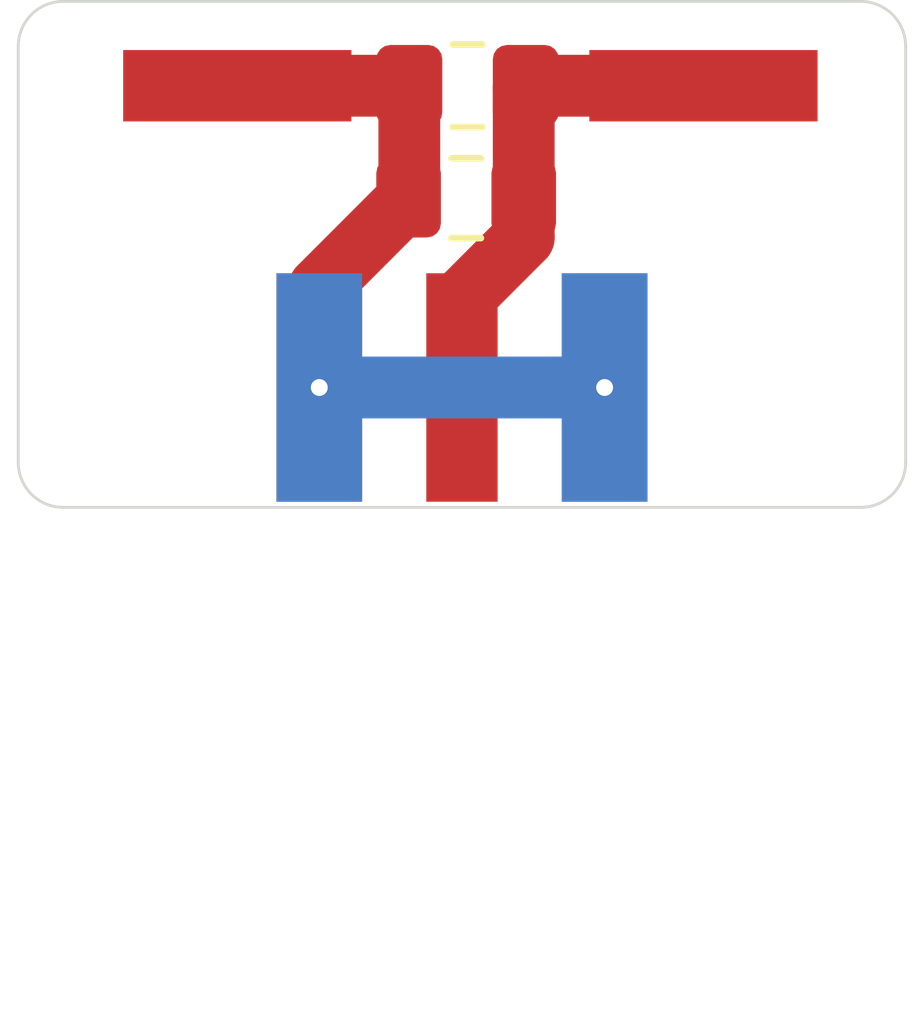
<source format=kicad_pcb>
(kicad_pcb (version 20240108) (generator "pcbnew") (generator_version "8.0")
  (layers (0 "F.Cu" signal) (31 "B.Cu" signal) (34 "B.Paste" user) (35 "F.Paste" user) (36 "B.SilkS" user "B.Silkscreen") (37 "F.SilkS" user "F.Silkscreen") (38 "B.Mask" user) (39 "F.Mask" user) (44 "Edge.Cuts" user))
  (net 0 "")
  (net 1 "Net-(J1-In)")
  (net 2 "GND")
  (footprint "adafruit:SMA_EDGELAUNCH" (layer "F.Cu") (at 170.1 89.4 90)
    (property "Reference" "J1" (hide yes))
    (property "Value" "Conn_Coaxial" (hide yes))
    (pad "1" smd rect (at 2.032 0 180) (size 1.27 4.064) (layers "F.Cu" "F.Mask") (net 1 "Net-(J1-In)"))
    (pad "2" smd rect (at 2.032 -2.54 180) (size 1.524 4.064) (layers "F.Cu" "F.Mask") (net 2 "GND"))
    (pad "2" smd rect (at 2.032 -2.54 180) (size 1.524 4.064) (layers "B.Cu" "B.Mask") (net 2 "GND"))
    (pad "2" smd rect (at 2.032 2.54 180) (size 1.524 4.064) (layers "F.Cu" "F.Mask") (net 2 "GND"))
    (pad "2" smd rect (at 2.032 2.54 180) (size 1.524 4.064) (layers "B.Cu" "B.Mask") (net 2 "GND"))
  )
  (footprint "Capacitor_SMD:C_0805_2012Metric_Pad1.18x1.45mm_HandSolder" (layer "F.Cu") (at 170.2 82)
    (property "Reference" "C1" (hide yes))
    (property "Value" "C" (hide yes))
    (fp_line (start -0.261252 -0.735) (end 0.261252 -0.735) (stroke (width 0.12)) (layer "F.SilkS"))
    (fp_line (start -0.261252 0.735) (end 0.261252 0.735) (stroke (width 0.12)) (layer "F.SilkS"))
    (pad "1" smd roundrect (at -1.0375 0) (size 1.175 1.45) (layers "F.Cu" "F.Paste" "F.Mask") (roundrect_rratio 0.212766) (net 2 "GND"))
    (pad "2" smd roundrect (at 1.0375 0) (size 1.175 1.45) (layers "F.Cu" "F.Paste" "F.Mask") (roundrect_rratio 0.212766) (net 1 "Net-(J1-In)"))
  )
  (footprint "Avionics:Wire Pad" (layer "F.Cu") (at 166.1 82)
    (property "Reference" "J2" (hide yes))
    (property "Value" "Conn_01x01_Pin" (hide yes))
    (pad "1" smd rect (at 0 0 90) (size 1.27 4.064) (layers "F.Cu" "F.Mask") (net 2 "GND"))
  )
  (footprint "Inductor_SMD:L_0805_2012Metric_Pad1.15x1.40mm_HandSolder" (layer "F.Cu") (at 170.175 84)
    (property "Reference" "L1" (hide yes))
    (property "Value" "L" (hide yes))
    (fp_line (start -0.261252 -0.71) (end 0.261252 -0.71) (stroke (width 0.12)) (layer "F.SilkS"))
    (fp_line (start -0.261252 0.71) (end 0.261252 0.71) (stroke (width 0.12)) (layer "F.SilkS"))
    (pad "1" smd roundrect (at -1.025 0) (size 1.15 1.4) (layers "F.Cu" "F.Paste" "F.Mask") (roundrect_rratio 0.217391) (net 2 "GND"))
    (pad "2" smd roundrect (at 1.025 0) (size 1.15 1.4) (layers "F.Cu" "F.Paste" "F.Mask") (roundrect_rratio 0.217391) (net 1 "Net-(J1-In)"))
  )
  (footprint "MountingHole:MountingHole_2.2mm_M2" (layer "F.Cu") (at 175.85 85.5)
    (property "Reference" "H1" (hide yes))
    (property "Value" "MountingHole" (hide yes))
    (pad "" np_thru_hole circle (at 0 0) (size 2.2 2.2) (drill 2.2) (layers "*.Cu" "*.Mask"))
  )
  (footprint "Avionics:Wire Pad" (layer "F.Cu") (at 174.4 82)
    (property "Reference" "J3" (hide yes))
    (property "Value" "Conn_01x01_Pin" (hide yes))
    (pad "1" smd rect (at 0 0 90) (size 1.27 4.064) (layers "F.Cu" "F.Mask") (net 1 "Net-(J1-In)"))
  )
  (footprint "MountingHole:MountingHole_2.2mm_M2" (layer "F.Cu") (at 164.35 85.5)
    (property "Reference" "H2" (hide yes))
    (property "Value" "MountingHole" (hide yes))
    (pad "" np_thru_hole circle (at 0 0) (size 2.2 2.2) (drill 2.2) (layers "*.Cu" "*.Mask"))
  )
  (gr_arc (start 178.000001 88.700001) (mid 177.765686 89.265686) (end 177.200001 89.500001) (stroke (width 0.05)) (layer "Edge.Cuts"))
  (gr_arc (start 163 89.5) (mid 162.434315 89.265685) (end 162.2 88.7) (stroke (width 0.05)) (layer "Edge.Cuts"))
  (gr_arc (start 162.199999 81.299999) (mid 162.434314 80.734314) (end 162.999999 80.499999) (stroke (width 0.05)) (layer "Edge.Cuts"))
  (gr_line (start 178.000001 88.700001) (end 178.000001 81.299999) (stroke (width 0.05)) (layer "Edge.Cuts"))
  (gr_line (start 163 89.5) (end 177.200001 89.500001) (stroke (width 0.05)) (layer "Edge.Cuts"))
  (gr_arc (start 177.200001 80.499999) (mid 177.765686 80.734314) (end 178.000001 81.299999) (stroke (width 0.05)) (layer "Edge.Cuts"))
  (gr_line (start 162.199999 81.299999) (end 162.2 88.7) (stroke (width 0.05)) (layer "Edge.Cuts"))
  (gr_line (start 177.2 80.499999) (end 162.999999 80.5) (stroke (width 0.05)) (layer "Edge.Cuts"))
  (segment (start 171.2375 82) (end 174.4 82) (width 1.1) (layer "F.Cu") (net 1))
  (segment (start 171.2 82.0375) (end 171.2375 82) (width 1.1) (layer "F.Cu") (net 1))
  (segment (start 171.2 84.7) (end 171.2 84) (width 1.1) (layer "F.Cu") (net 1))
  (segment (start 171.2 84) (end 171.2 82.0375) (width 1.1) (layer "F.Cu") (net 1))
  (segment (start 170.1 87.368) (end 170.1 85.8) (width 1.1) (layer "F.Cu") (net 1))
  (segment (start 170.1 85.8) (end 171.2 84.7) (width 1.1) (layer "F.Cu") (net 1))
  (segment (start 169.1625 83.9875) (end 169.15 84) (width 1.1) (layer "F.Cu") (net 2))
  (segment (start 166.1 82) (end 169.1625 82) (width 1.1) (layer "F.Cu") (net 2))
  (segment (start 169.15 84) (end 167.56 85.59) (width 1.1) (layer "F.Cu") (net 2))
  (segment (start 169.1625 82) (end 169.1625 83.9875) (width 1.1) (layer "F.Cu") (net 2))
  (segment (start 167.56 85.59) (end 167.56 87.368) (width 1.1) (layer "F.Cu") (net 2))
  (via (at 167.56 87.368) (size 0.6) (drill 0.3) (layers "F.Cu" "B.Cu") (net 2))
  (via (at 172.64 87.368) (size 0.6) (drill 0.3) (layers "F.Cu" "B.Cu") (net 2))
  (segment (start 167.56 87.368) (end 172.64 87.368) (width 1.1) (layer "B.Cu") (net 2))
)
</source>
